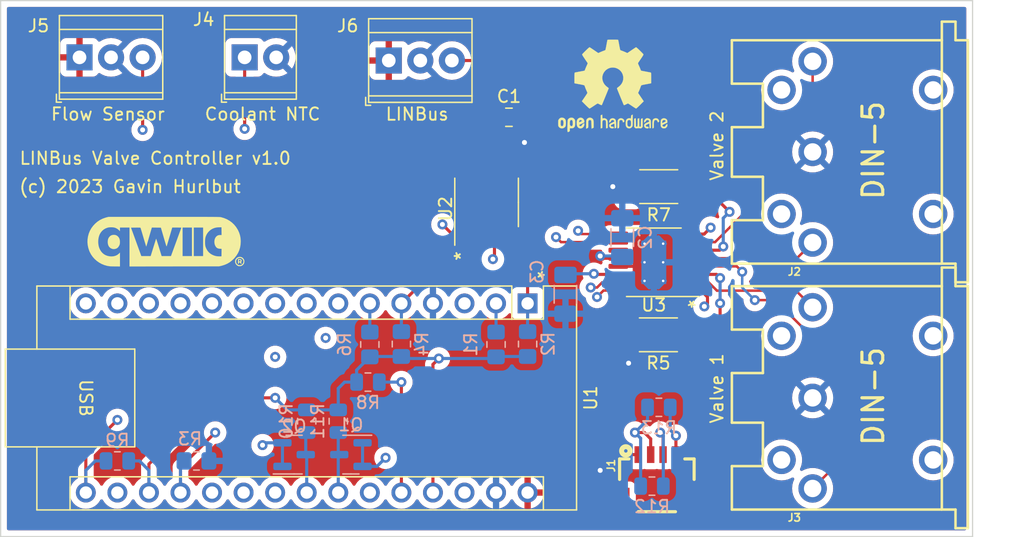
<source format=kicad_pcb>
(kicad_pcb (version 20211014) (generator pcbnew)
  (title_block (title "LINBus Valve Controller") (date "2023-02-04") (rev "1.0") (company "Gavin Hurlbut"))
  (layers (0 "F.Cu" signal) (1 "In1.Cu" signal) (2 "In2.Cu" signal) (31 "B.Cu" signal) (34 "B.Paste" user) (35 "F.Paste" user) (36 "B.SilkS" user "B.Silkscreen") (37 "F.SilkS" user "F.Silkscreen") (38 "B.Mask" user) (39 "F.Mask" user) (44 "Edge.Cuts" user))
  (net 0 "")
  (net 1 "GND")
  (net 2 "+5V")
  (net 3 "Net-(C3-Pad1)")
  (net 4 "LIN")
  (net 5 "TXD")
  (net 6 "RXD")
  (net 7 "~{LIN_SLP}")
  (net 8 "~{LIN_WAKE}")
  (net 9 "VALVE_IN1+")
  (net 10 "VALVE_IN1-")
  (net 11 "VALVE1_CLOSED")
  (net 12 "VALVE1_OPEN")
  (net 13 "VALVE_IN2+")
  (net 14 "VALVE_IN2-")
  (net 15 "VALVE2_CLOSED")
  (net 16 "VALVE2_OPEN")
  (net 17 "FLOW_PULSE")
  (net 18 "~{MOTOR_FAULT}")
  (net 19 "MOTOR_EN")
  (net 20 "COOLANT_NTC")
  (net 21 "+12V")
  (net 22 "VALVE2+")
  (net 23 "VALVE2-")
  (net 24 "VALVE1+")
  (net 25 "VALVE1-")
  (net 26 "Net-(R5-Pad1)")
  (net 27 "Net-(R7-Pad1)")
  (net 28 "+3V3")
  (net 29 "SDA5")
  (net 30 "SCL5")
  (net 31 "SDA")
  (net 32 "SCL")
  (footprint "TerminalBlock_TE-Connectivity:TerminalBlock_TE_282834-3_1x03_P2.54mm_Horizontal" (layer "F.Cu") (at 183.642 63.246)
    (fp_text reference "J6" (at -3.302 -2.794) (layer "F.SilkS"))
    (fp_text value "Screw_Terminal_01x03")
    (pad "1" thru_hole rect locked (at 0 0) (size 2.1 2.1) (drill 1.1) (layers *.Cu *.Mask) (net 21 "+12V"))
    (pad "2" thru_hole circle locked (at 2.54 0) (size 2.1 2.1) (drill 1.1) (layers *.Cu *.Mask) (net 1 "GND"))
    (pad "3" thru_hole circle locked (at 5.08 0) (size 2.1 2.1) (drill 1.1) (layers *.Cu *.Mask) (net 4 "LIN"))
  )
  (footprint "TerminalBlock_TE-Connectivity:TerminalBlock_TE_282834-3_1x03_P2.54mm_Horizontal" (layer "F.Cu") (at 158.75 62.992)
    (fp_text reference "J5" (at -3.302 -2.54) (layer "F.SilkS"))
    (fp_text value "Screw_Terminal_01x03")
    (pad "1" thru_hole rect (at 0 0) (size 2.1 2.1) (drill 1.1) (layers *.Cu *.Mask) (net 21 "+12V"))
    (pad "2" thru_hole circle (at 2.54 0) (size 2.1 2.1) (drill 1.1) (layers *.Cu *.Mask) (net 1 "GND"))
    (pad "3" thru_hole circle (at 5.08 0) (size 2.1 2.1) (drill 1.1) (layers *.Cu *.Mask) (net 17 "FLOW_PULSE"))
  )
  (footprint "SparkFun-Connectors:DIN5-RA-PTH" (layer "F.Cu") (at 230.25862 70.612 90)
    (fp_text reference "J2" (at -9.652 -13.97) (layer "F.SilkS") (effects (font (size 0.6096 0.6096) (thickness 0.127))))
    (fp_text value "DIN-5_180degree")
    (fp_text user "DIN-5" (at 0.127 -7.62 90) (layer "F.SilkS") (effects (font (size 1.6764 1.6764) (thickness 0.254))))
    (pad "1" thru_hole circle locked (at 7.29996 -12.49934 90) (size 2.286 2.286) (drill 1.39954) (layers *.Cu *.Mask) (net 22 "VALVE2+"))
    (pad "2" thru_hole circle locked (at 0 -12.49934 90) (size 2.286 2.286) (drill 1.39954) (layers *.Cu *.Mask) (net 1 "GND"))
    (pad "3" thru_hole circle locked (at -7.29996 -12.49934 90) (size 2.286 2.286) (drill 1.39954) (layers *.Cu *.Mask) (net 23 "VALVE2-"))
    (pad "4" thru_hole circle locked (at 4.99872 -14.9987 90) (size 2.286 2.286) (drill 1.39954) (layers *.Cu *.Mask) (net 16 "VALVE2_OPEN"))
    (pad "5" thru_hole circle locked (at -4.99872 -14.9987 90) (size 2.286 2.286) (drill 1.39954) (layers *.Cu *.Mask) (net 15 "VALVE2_CLOSED"))
    (pad "6" thru_hole circle locked (at -4.99872 -2.79908 90) (size 2.286 2.286) (drill 1.39954) (layers *.Cu *.Mask))
    (pad "7" thru_hole circle locked (at 4.99872 -2.79908 90) (size 2.286 2.286) (drill 1.39954) (layers *.Cu *.Mask))
  )
  (footprint "Beirdo:qwiic-logo" (layer "F.Cu") (at 165.608 77.724)
    (fp_text reference "G***" hide)
    (fp_text value "LOGO" hide)
  )
  (footprint "TerminalBlock_TE-Connectivity:TerminalBlock_TE_282834-2_1x02_P2.54mm_Horizontal" (layer "F.Cu") (at 172.042 62.992)
    (fp_text reference "J4" (at -3.302 -3.048) (layer "F.SilkS"))
    (fp_text value "Screw_Terminal_01x02")
    (pad "1" thru_hole rect (at 0 0) (size 2.1 2.1) (drill 1.1) (layers *.Cu *.Mask) (net 20 "COOLANT_NTC"))
    (pad "2" thru_hole circle (at 2.54 0) (size 2.1 2.1) (drill 1.1) (layers *.Cu *.Mask) (net 1 "GND"))
  )
  (footprint "Package_SO:SOIC-8_3.9x4.9mm_P1.27mm" (layer "F.Cu") (at 191.516 74.676 90)
    (fp_text reference "U2" (at -0.508 -3.302 90) (layer "F.SilkS"))
    (fp_text value "TJA1021T")
    (fp_text user "*" (at -4.318 -2.032 90 unlocked) (layer "F.SilkS"))
    (pad "1" smd roundrect (at -2.475 -1.905 90) (size 1.95 0.6) (layers "F.Cu" "F.Paste" "F.Mask") (net 6 "RXD"))
    (pad "2" smd roundrect (at -2.475 -0.635 90) (size 1.95 0.6) (layers "F.Cu" "F.Paste" "F.Mask") (net 7 "~{LIN_SLP}"))
    (pad "3" smd roundrect (at -2.475 0.635 90) (size 1.95 0.6) (layers "F.Cu" "F.Paste" "F.Mask") (net 8 "~{LIN_WAKE}"))
    (pad "4" smd roundrect (at -2.475 1.905 90) (size 1.95 0.6) (layers "F.Cu" "F.Paste" "F.Mask") (net 5 "TXD"))
    (pad "5" smd roundrect (at 2.475 1.905 90) (size 1.95 0.6) (layers "F.Cu" "F.Paste" "F.Mask") (net 1 "GND"))
    (pad "6" smd roundrect (at 2.475 0.635 90) (size 1.95 0.6) (layers "F.Cu" "F.Paste" "F.Mask") (net 4 "LIN"))
    (pad "7" smd roundrect (at 2.475 -0.635 90) (size 1.95 0.6) (layers "F.Cu" "F.Paste" "F.Mask") (net 21 "+12V"))
    (pad "8" smd roundrect (at 2.475 -1.905 90) (size 1.95 0.6) (layers "F.Cu" "F.Paste" "F.Mask"))
  )
  (footprint "SparkFun-Connectors:1X04_1MM_RA" (layer "F.Cu") (at 205.22184 94.996)
    (fp_text reference "J1" (at -3.683 0.889 90) (layer "F.SilkS") (effects (font (size 0.6096 0.6096) (thickness 0.127))))
    (fp_text value "QWIIC Connector")
    (pad "1" smd rect locked (at -1.4986 0) (size 0.59944 1.34874) (layers "F.Cu" "F.Paste" "F.Mask") (net 1 "GND"))
    (pad "2" smd rect locked (at -0.49784 0) (size 0.59944 1.34874) (layers "F.Cu" "F.Paste" "F.Mask") (net 28 "+3V3"))
    (pad "3" smd rect locked (at 0.49784 0) (size 0.59944 1.34874) (layers "F.Cu" "F.Paste" "F.Mask") (net 31 "SDA"))
    (pad "4" smd rect locked (at 1.4986 0) (size 0.59944 1.34874) (layers "F.Cu" "F.Paste" "F.Mask") (net 32 "SCL"))
    (pad "NC1" smd rect locked (at 2.79908 3.67284) (size 1.19888 1.99898) (layers "F.Cu" "F.Paste" "F.Mask"))
    (pad "NC2" smd rect locked (at -2.79908 3.67284) (size 1.19888 1.99898) (layers "F.Cu" "F.Paste" "F.Mask"))
  )
  (footprint "Resistor_SMD:R_2010_5025Metric_Pad1.40x2.65mm_HandSolder" (layer "F.Cu") (at 205.346 85.344 180)
    (fp_text reference "R5" (at 0 -2.28) (layer "F.SilkS"))
    (fp_text value "2R 2W")
    (pad "1" smd roundrect (at -2.4 0 180) (size 1.4 2.65) (layers "F.Cu" "F.Paste" "F.Mask") (roundrect_rratio 0.1785707143) (net 26 "Net-(R5-Pad1)"))
    (pad "2" smd roundrect (at 2.4 0 180) (size 1.4 2.65) (layers "F.Cu" "F.Paste" "F.Mask") (roundrect_rratio 0.1785707143) (net 1 "GND"))
  )
  (footprint "Package_SO:HTSSOP-16-1EP_4.4x5mm_P0.65mm_EP3.4x5mm_Mask2.46x2.31mm_ThermalVias" (layer "F.Cu") (at 204.978 79.502 180)
    (fp_text reference "U3" (at 0 -3.45) (layer "F.SilkS"))
    (fp_text value "DRV8833PWP")
    (fp_text user "*" (at -3.048 -3.048 180 unlocked) (layer "F.SilkS"))
    (pad "1" smd roundrect (at -2.8625 -2.275 180) (size 1.575 0.4) (layers "F.Cu" "F.Paste" "F.Mask") (net 19 "MOTOR_EN"))
    (pad "2" smd roundrect (at -2.8625 -1.625 180) (size 1.575 0.4) (layers "F.Cu" "F.Paste" "F.Mask") (net 24 "VALVE1+"))
    (pad "3" smd roundrect (at -2.8625 -0.975 180) (size 1.575 0.4) (layers "F.Cu" "F.Paste" "F.Mask") (net 26 "Net-(R5-Pad1)"))
    (pad "4" smd roundrect (at -2.8625 -0.325 180) (size 1.575 0.4) (layers "F.Cu" "F.Paste" "F.Mask") (net 25 "VALVE1-"))
    (pad "5" smd roundrect (at -2.8625 0.325 180) (size 1.575 0.4) (layers "F.Cu" "F.Paste" "F.Mask") (net 23 "VALVE2-"))
    (pad "6" smd roundrect (at -2.8625 0.975 180) (size 1.575 0.4) (layers "F.Cu" "F.Paste" "F.Mask") (net 27 "Net-(R7-Pad1)"))
    (pad "7" smd roundrect (at -2.8625 1.625 180) (size 1.575 0.4) (layers "F.Cu" "F.Paste" "F.Mask") (net 22 "VALVE2+"))
    (pad "8" smd roundrect (at -2.8625 2.275 180) (size 1.575 0.4) (layers "F.Cu" "F.Paste" "F.Mask") (net 18 "~{MOTOR_FAULT}"))
    (pad "9" smd roundrect (at 2.8625 2.275 180) (size 1.575 0.4) (layers "F.Cu" "F.Paste" "F.Mask") (net 13 "VALVE_IN2+"))
    (pad "10" smd roundrect (at 2.8625 1.625 180) (size 1.575 0.4) (layers "F.Cu" "F.Paste" "F.Mask") (net 14 "VALVE_IN2-"))
    (pad "11" smd roundrect (at 2.8625 0.975 180) (size 1.575 0.4) (layers "F.Cu" "F.Paste" "F.Mask"))
    (pad "12" smd roundrect (at 2.8625 0.325 180) (size 1.575 0.4) (layers "F.Cu" "F.Paste" "F.Mask") (net 21 "+12V"))
    (pad "13" smd roundrect (at 2.8625 -0.325 180) (size 1.575 0.4) (layers "F.Cu" "F.Paste" "F.Mask") (net 1 "GND"))
    (pad "14" smd roundrect (at 2.8625 -0.975 180) (size 1.575 0.4) (layers "F.Cu" "F.Paste" "F.Mask") (net 3 "Net-(C3-Pad1)"))
    (pad "15" smd roundrect (at 2.8625 -1.625 180) (size 1.575 0.4) (layers "F.Cu" "F.Paste" "F.Mask") (net 10 "VALVE_IN1-"))
    (pad "16" smd roundrect (at 2.8625 -2.275 180) (size 1.575 0.4) (layers "F.Cu" "F.Paste" "F.Mask") (net 9 "VALVE_IN1+"))
    (pad "17" thru_hole circle (at 0.75 -1.5 180) (size 0.5 0.5) (drill 0.2) (layers *.Cu) (net 1 "GND"))
    (pad "17" smd rect (at 0 0 180) (size 2 3.5) (layers "B.Cu") (net 1 "GND"))
    (pad "17" thru_hole circle (at 0.75 0 180) (size 0.5 0.5) (drill 0.2) (layers *.Cu) (net 1 "GND"))
    (pad "17" smd rect (at 0 0 180) (size 3.4 5) (layers "F.Cu") (net 1 "GND"))
    (pad "17" thru_hole circle (at -0.75 1.5 180) (size 0.5 0.5) (drill 0.2) (layers *.Cu) (net 1 "GND"))
    (pad "17" thru_hole circle (at 0.75 1.5 180) (size 0.5 0.5) (drill 0.2) (layers *.Cu) (net 1 "GND"))
    (pad "17" thru_hole circle (at -0.75 -1.5 180) (size 0.5 0.5) (drill 0.2) (layers *.Cu) (net 1 "GND"))
    (pad "17" thru_hole circle (at -0.75 0 180) (size 0.5 0.5) (drill 0.2) (layers *.Cu) (net 1 "GND"))
  )
  (footprint "Capacitor_SMD:C_0805_2012Metric_Pad1.18x1.45mm_HandSolder" (layer "F.Cu") (at 193.3155 67.818)
    (fp_text reference "C1" (at 0 -1.68) (layer "F.SilkS"))
    (fp_text value "220pF")
    (pad "1" smd roundrect (at -1.0375 0) (size 1.175 1.45) (layers "F.Cu" "F.Paste" "F.Mask") (roundrect_rratio 0.2127659574) (net 4 "LIN"))
    (pad "2" smd roundrect (at 1.0375 0) (size 1.175 1.45) (layers "F.Cu" "F.Paste" "F.Mask") (roundrect_rratio 0.2127659574) (net 1 "GND"))
  )
  (footprint "SparkFun-Connectors:DIN5-RA-PTH" (layer "F.Cu") (at 230.25862 90.424 90)
    (fp_text reference "J3" (at -9.652 -13.97) (layer "F.SilkS") (effects (font (size 0.6096 0.6096) (thickness 0.127))))
    (fp_text value "DIN-5_180degree")
    (fp_text user "DIN-5" (at 0.127 -7.62 90) (layer "F.SilkS") (effects (font (size 1.6764 1.6764) (thickness 0.254))))
    (pad "1" thru_hole circle locked (at 7.29996 -12.49934 90) (size 2.286 2.286) (drill 1.39954) (layers *.Cu *.Mask) (net 24 "VALVE1+"))
    (pad "2" thru_hole circle locked (at 0 -12.49934 90) (size 2.286 2.286) (drill 1.39954) (layers *.Cu *.Mask) (net 1 "GND"))
    (pad "3" thru_hole circle locked (at -7.29996 -12.49934 90) (size 2.286 2.286) (drill 1.39954) (layers *.Cu *.Mask) (net 25 "VALVE1-"))
    (pad "4" thru_hole circle locked (at 4.99872 -14.9987 90) (size 2.286 2.286) (drill 1.39954) (layers *.Cu *.Mask) (net 12 "VALVE1_OPEN"))
    (pad "5" thru_hole circle locked (at -4.99872 -14.9987 90) (size 2.286 2.286) (drill 1.39954) (layers *.Cu *.Mask) (net 11 "VALVE1_CLOSED"))
    (pad "6" thru_hole circle locked (at -4.99872 -2.79908 90) (size 2.286 2.286) (drill 1.39954) (layers *.Cu *.Mask))
    (pad "7" thru_hole circle locked (at 4.99872 -2.79908 90) (size 2.286 2.286) (drill 1.39954) (layers *.Cu *.Mask))
  )
  (footprint "Symbol:OSHW-Logo2_9.8x8mm_SilkScreen" (layer "F.Cu") (at 201.676 65.278)
    (fp_text reference "REF**" hide)
    (fp_text value "OSHW-Logo2_9.8x8mm_SilkScreen" hide)
  )
  (footprint "Resistor_SMD:R_2010_5025Metric_Pad1.40x2.65mm_HandSolder" (layer "F.Cu") (at 205.372 73.406 180)
    (fp_text reference "R7" (at 0 -2.28) (layer "F.SilkS"))
    (fp_text value "2R 2W")
    (pad "1" smd roundrect (at -2.4 0 180) (size 1.4 2.65) (layers "F.Cu" "F.Paste" "F.Mask") (roundrect_rratio 0.1785707143) (net 27 "Net-(R7-Pad1)"))
    (pad "2" smd roundrect (at 2.4 0 180) (size 1.4 2.65) (layers "F.Cu" "F.Paste" "F.Mask") (roundrect_rratio 0.1785707143) (net 1 "GND"))
  )
  (footprint "Module:Arduino_Nano" (layer "F.Cu") (at 194.818 82.814 -90)
    (fp_text reference "U1" (at 7.62 -5.08 90) (layer "F.SilkS"))
    (fp_text value "Arduino_Nano_v3.x")
    (fp_text user "*" (at -2.296 -0.762 -90 unlocked) (layer "F.SilkS"))
    (fp_text user "USB" (at 7.62 35.56 -90 unlocked) (layer "F.SilkS"))
    (pad "1" thru_hole rect (at 0 0 270) (size 1.6 1.6) (drill 1) (layers *.Cu *.Mask) (net 5 "TXD"))
    (pad "2" thru_hole oval (at 0 2.54 270) (size 1.6 1.6) (drill 1) (layers *.Cu *.Mask) (net 6 "RXD"))
    (pad "3" thru_hole oval (at 0 5.08 270) (size 1.6 1.6) (drill 1) (layers *.Cu *.Mask))
    (pad "4" thru_hole oval (at 0 7.62 270) (size 1.6 1.6) (drill 1) (layers *.Cu *.Mask) (net 1 "GND"))
    (pad "5" thru_hole oval (at 0 10.16 270) (size 1.6 1.6) (drill 1) (layers *.Cu *.Mask) (net 7 "~{LIN_SLP}"))
    (pad "6" thru_hole oval (at 0 12.7 270) (size 1.6 1.6) (drill 1) (layers *.Cu *.Mask) (net 8 "~{LIN_WAKE}"))
    (pad "7" thru_hole oval (at 0 15.24 270) (size 1.6 1.6) (drill 1) (layers *.Cu *.Mask) (net 9 "VALVE_IN1+"))
    (pad "8" thru_hole oval (at 0 17.78 270) (size 1.6 1.6) (drill 1) (layers *.Cu *.Mask) (net 10 "VALVE_IN1-"))
    (pad "9" thru_hole oval (at 0 20.32 270) (size 1.6 1.6) (drill 1) (layers *.Cu *.Mask) (net 11 "VALVE1_CLOSED"))
    (pad "10" thru_hole oval (at 0 22.86 270) (size 1.6 1.6) (drill 1) (layers *.Cu *.Mask) (net 12 "VALVE1_OPEN"))
    (pad "11" thru_hole oval (at 0 25.4 270) (size 1.6 1.6) (drill 1) (layers *.Cu *.Mask) (net 13 "VALVE_IN2+"))
    (pad "12" thru_hole oval (at 0 27.94 270) (size 1.6 1.6) (drill 1) (layers *.Cu *.Mask) (net 14 "VALVE_IN2-"))
    (pad "13" thru_hole oval (at 0 30.48 270) (size 1.6 1.6) (drill 1) (layers *.Cu *.Mask) (net 15 "VALVE2_CLOSED"))
    (pad "14" thru_hole oval (at 0 33.02 270) (size 1.6 1.6) (drill 1) (layers *.Cu *.Mask) (net 16 "VALVE2_OPEN"))
    (pad "15" thru_hole oval (at 0 35.56 270) (size 1.6 1.6) (drill 1) (layers *.Cu *.Mask) (net 17 "FLOW_PULSE"))
    (pad "16" thru_hole oval (at 15.24 35.56 270) (size 1.6 1.6) (drill 1) (layers *.Cu *.Mask) (net 18 "~{MOTOR_FAULT}"))
    (pad "17" thru_hole oval (at 15.24 33.02 270) (size 1.6 1.6) (drill 1) (layers *.Cu *.Mask) (net 28 "+3V3"))
    (pad "18" thru_hole oval (at 15.24 30.48 270) (size 1.6 1.6) (drill 1) (layers *.Cu *.Mask) (net 2 "+5V"))
    (pad "19" thru_hole oval (at 15.24 27.94 270) (size 1.6 1.6) (drill 1) (layers *.Cu *.Mask) (net 19 "MOTOR_EN"))
    (pad "20" thru_hole oval (at 15.24 25.4 270) (size 1.6 1.6) (drill 1) (layers *.Cu *.Mask))
    (pad "21" thru_hole oval (at 15.24 22.86 270) (size 1.6 1.6) (drill 1) (layers *.Cu *.Mask))
    (pad "22" thru_hole oval (at 15.24 20.32 270) (size 1.6 1.6) (drill 1) (layers *.Cu *.Mask))
    (pad "23" thru_hole oval (at 15.24 17.78 270) (size 1.6 1.6) (drill 1) (layers *.Cu *.Mask) (net 29 "SDA5"))
    (pad "24" thru_hole oval (at 15.24 15.24 270) (size 1.6 1.6) (drill 1) (layers *.Cu *.Mask) (net 30 "SCL5"))
    (pad "25" thru_hole oval (at 15.24 12.7 270) (size 1.6 1.6) (drill 1) (layers *.Cu *.Mask))
    (pad "26" thru_hole oval (at 15.24 10.16 270) (size 1.6 1.6) (drill 1) (layers *.Cu *.Mask) (net 20 "COOLANT_NTC"))
    (pad "27" thru_hole oval (at 15.24 7.62 270) (size 1.6 1.6) (drill 1) (layers *.Cu *.Mask) (net 2 "+5V"))
    (pad "28" thru_hole oval (at 15.24 5.08 270) (size 1.6 1.6) (drill 1) (layers *.Cu *.Mask))
    (pad "29" thru_hole oval (at 15.24 2.54 270) (size 1.6 1.6) (drill 1) (layers *.Cu *.Mask) (net 1 "GND"))
    (pad "30" thru_hole oval (at 15.24 0 270) (size 1.6 1.6) (drill 1) (layers *.Cu *.Mask) (net 21 "+12V"))
  )
  (footprint "Resistor_SMD:R_0805_2012Metric" (layer "B.Cu") (at 181.9675 89.154)
    (fp_text reference "R8" (at 0 1.65) (layer "B.SilkS") (effects (justify mirror)))
    (fp_text value "10k")
    (pad "1" smd roundrect (at -0.9125 0) (size 1.025 1.4) (layers "B.Cu" "B.Paste" "B.Mask") (roundrect_rratio 0.243902439) (net 2 "+5V"))
    (pad "2" smd roundrect (at 0.9125 0) (size 1.025 1.4) (layers "B.Cu" "B.Paste" "B.Mask") (roundrect_rratio 0.243902439) (net 20 "COOLANT_NTC"))
  )
  (footprint "Resistor_SMD:R_0805_2012Metric_Pad1.20x1.40mm_HandSolder" (layer "B.Cu") (at 182.118 86.122 90)
    (fp_text reference "R6" (at 0 -2.032 90) (layer "B.SilkS") (effects (justify mirror)))
    (fp_text value "10k")
    (pad "1" smd roundrect (at -1 0 90) (size 1.2 1.4) (layers "B.Cu" "B.Paste" "B.Mask") (roundrect_rratio 0.2083333333) (net 2 "+5V"))
    (pad "2" smd roundrect (at 1 0 90) (size 1.2 1.4) (layers "B.Cu" "B.Paste" "B.Mask") (roundrect_rratio 0.2083333333) (net 8 "~{LIN_WAKE}"))
  )
  (footprint "Resistor_SMD:R_0805_2012Metric" (layer "B.Cu") (at 179.578 92.3055 -90)
    (fp_text reference "R11" (at 0 1.65 90) (layer "B.SilkS") (effects (justify mirror)))
    (fp_text value "10k")
    (pad "1" smd roundrect (at -0.9125 0 270) (size 1.025 1.4) (layers "B.Cu" "B.Paste" "B.Mask") (roundrect_rratio 0.243902439) (net 2 "+5V"))
    (pad "2" smd roundrect (at 0.9125 0 270) (size 1.025 1.4) (layers "B.Cu" "B.Paste" "B.Mask") (roundrect_rratio 0.243902439) (net 30 "SCL5"))
  )
  (footprint "Resistor_SMD:R_0805_2012Metric_Pad1.20x1.40mm_HandSolder" (layer "B.Cu") (at 194.818 86.09 90)
    (fp_text reference "R2" (at 0 1.65 90) (layer "B.SilkS") (effects (justify mirror)))
    (fp_text value "10k")
    (pad "1" smd roundrect (at -1 0 90) (size 1.2 1.4) (layers "B.Cu" "B.Paste" "B.Mask") (roundrect_rratio 0.2083333333) (net 2 "+5V"))
    (pad "2" smd roundrect (at 1 0 90) (size 1.2 1.4) (layers "B.Cu" "B.Paste" "B.Mask") (roundrect_rratio 0.2083333333) (net 5 "TXD"))
  )
  (footprint "Package_TO_SOT_SMD:SOT-23" (layer "B.Cu") (at 180.594 94.996 180)
    (fp_text reference "Q1" (at 0 2.4) (layer "B.SilkS") (effects (justify mirror)))
    (fp_text value "2N7002")
    (pad "1" smd roundrect (at -0.9375 0.95 180) (size 1.475 0.6) (layers "B.Cu" "B.Paste" "B.Mask") (net 32 "SCL"))
    (pad "2" smd roundrect (at -0.9375 -0.95 180) (size 1.475 0.6) (layers "B.Cu" "B.Paste" "B.Mask") (net 32 "SCL"))
    (pad "3" smd roundrect (at 0.9375 0 180) (size 1.475 0.6) (layers "B.Cu" "B.Paste" "B.Mask") (net 30 "SCL5"))
  )
  (footprint "Resistor_SMD:R_0805_2012Metric" (layer "B.Cu") (at 205.3825 91.186)
    (fp_text reference "R13" (at 0 1.65) (layer "B.SilkS") (effects (justify mirror)))
    (fp_text value "10k")
    (pad "1" smd roundrect (at -0.9125 0) (size 1.025 1.4) (layers "B.Cu" "B.Paste" "B.Mask") (roundrect_rratio 0.243902439) (net 28 "+3V3"))
    (pad "2" smd roundrect (at 0.9125 0) (size 1.025 1.4) (layers "B.Cu" "B.Paste" "B.Mask") (roundrect_rratio 0.243902439) (net 32 "SCL"))
  )
  (footprint "Resistor_SMD:R_0805_2012Metric_Pad1.20x1.40mm_HandSolder" (layer "B.Cu") (at 192.278 86.122 90)
    (fp_text reference "R1" (at 0 -2.032 90) (layer "B.SilkS") (effects (justify mirror)))
    (fp_text value "10k")
    (pad "1" smd roundrect (at -1 0 90) (size 1.2 1.4) (layers "B.Cu" "B.Paste" "B.Mask") (roundrect_rratio 0.2083333333) (net 2 "+5V"))
    (pad "2" smd roundrect (at 1 0 90) (size 1.2 1.4) (layers "B.Cu" "B.Paste" "B.Mask") (roundrect_rratio 0.2083333333) (net 6 "RXD"))
  )
  (footprint "Capacitor_SMD:C_1206_3216Metric_Pad1.33x1.80mm_HandSolder" (layer "B.Cu") (at 202.438 77.5085 90)
    (fp_text reference "C2" (at 0 1.85 90) (layer "B.SilkS") (effects (justify mirror)))
    (fp_text value "10uF 16V")
    (pad "1" smd roundrect (at -1.5625 0 90) (size 1.325 1.8) (layers "B.Cu" "B.Paste" "B.Mask") (roundrect_rratio 0.1886792453) (net 21 "+12V"))
    (pad "2" smd roundrect (at 1.5625 0 90) (size 1.325 1.8) (layers "B.Cu" "B.Paste" "B.Mask") (roundrect_rratio 0.1886792453) (net 1 "GND"))
  )
  (footprint "Capacitor_SMD:C_1206_3216Metric_Pad1.33x1.80mm_HandSolder" (layer "B.Cu") (at 197.866 82.0805 -90)
    (fp_text reference "C3" (at -1.8165 2.286 90) (layer "B.SilkS") (effects (justify mirror)))
    (fp_text value "2.2uF 6.3V")
    (pad "1" smd roundrect (at -1.5625 0 270) (size 1.325 1.8) (layers "B.Cu" "B.Paste" "B.Mask") (roundrect_rratio 0.1886792453) (net 3 "Net-(C3-Pad1)"))
    (pad "2" smd roundrect (at 1.5625 0 270) (size 1.325 1.8) (layers "B.Cu" "B.Paste" "B.Mask") (roundrect_rratio 0.1886792453) (net 1 "GND"))
  )
  (footprint "Resistor_SMD:R_0805_2012Metric" (layer "B.Cu") (at 161.798 95.504 180)
    (fp_text reference "R9" (at 0 1.65) (layer "B.SilkS") (effects (justify mirror)))
    (fp_text value "10k")
    (pad "1" smd roundrect (at -0.9125 0 180) (size 1.025 1.4) (layers "B.Cu" "B.Paste" "B.Mask") (roundrect_rratio 0.243902439) (net 2 "+5V"))
    (pad "2" smd roundrect (at 0.9125 0 180) (size 1.025 1.4) (layers "B.Cu" "B.Paste" "B.Mask") (roundrect_rratio 0.243902439) (net 18 "~{MOTOR_FAULT}"))
  )
  (footprint "Resistor_SMD:R_0805_2012Metric" (layer "B.Cu") (at 204.8275 97.536)
    (fp_text reference "R12" (at 0 1.65) (layer "B.SilkS") (effects (justify mirror)))
    (fp_text value "10k")
    (pad "1" smd roundrect (at -0.9125 0) (size 1.025 1.4) (layers "B.Cu" "B.Paste" "B.Mask") (roundrect_rratio 0.243902439) (net 28 "+3V3"))
    (pad "2" smd roundrect (at 0.9125 0) (size 1.025 1.4) (layers "B.Cu" "B.Paste" "B.Mask") (roundrect_rratio 0.243902439) (net 31 "SDA"))
  )
  (footprint "Resistor_SMD:R_0805_2012Metric_Pad1.20x1.40mm_HandSolder" (layer "B.Cu") (at 184.658 86.09 90)
    (fp_text reference "R4" (at 0 1.65 90) (layer "B.SilkS") (effects (justify mirror)))
    (fp_text value "10k")
    (pad "1" smd roundrect (at -1 0 90) (size 1.2 1.4) (layers "B.Cu" "B.Paste" "B.Mask") (roundrect_rratio 0.2083333333) (net 2 "+5V"))
    (pad "2" smd roundrect (at 1 0 90) (size 1.2 1.4) (layers "B.Cu" "B.Paste" "B.Mask") (roundrect_rratio 0.2083333333) (net 7 "~{LIN_SLP}"))
  )
  (footprint "Package_TO_SOT_SMD:SOT-23" (layer "B.Cu") (at 176.022 94.996)
    (fp_text reference "Q2" (at 0 -2.286) (layer "B.SilkS") (effects (justify mirror)))
    (fp_text value "2N7002")
    (pad "1" smd roundrect (at -0.9375 0.95) (size 1.475 0.6) (layers "B.Cu" "B.Paste" "B.Mask") (net 31 "SDA"))
    (pad "2" smd roundrect (at -0.9375 -0.95) (size 1.475 0.6) (layers "B.Cu" "B.Paste" "B.Mask") (net 31 "SDA"))
    (pad "3" smd roundrect (at 0.9375 0) (size 1.475 0.6) (layers "B.Cu" "B.Paste" "B.Mask") (net 29 "SDA5"))
  )
  (footprint "Resistor_SMD:R_0805_2012Metric_Pad1.20x1.40mm_HandSolder" (layer "B.Cu") (at 168.164 95.504)
    (fp_text reference "R3" (at -0.524 -1.778) (layer "B.SilkS") (effects (justify mirror)))
    (fp_text value "10k")
    (pad "1" smd roundrect (at -1 0) (size 1.2 1.4) (layers "B.Cu" "B.Paste" "B.Mask") (roundrect_rratio 0.2083333333) (net 19 "MOTOR_EN"))
    (pad "2" smd roundrect (at 1 0) (size 1.2 1.4) (layers "B.Cu" "B.Paste" "B.Mask") (roundrect_rratio 0.2083333333) (net 1 "GND"))
  )
  (footprint "Resistor_SMD:R_0805_2012Metric" (layer "B.Cu") (at 177.038 92.3055 -90)
    (fp_text reference "R10" (at 0 1.65 90) (layer "B.SilkS") (effects (justify mirror)))
    (fp_text value "10k")
    (pad "1" smd roundrect (at -0.9125 0 270) (size 1.025 1.4) (layers "B.Cu" "B.Paste" "B.Mask") (roundrect_rratio 0.243902439) (net 2 "+5V"))
    (pad "2" smd roundrect (at 0.9125 0 270) (size 1.025 1.4) (layers "B.Cu" "B.Paste" "B.Mask") (roundrect_rratio 0.243902439) (net 29 "SDA5"))
  )
  (gr_line (start 152.4 101.6) (end 152.4 58.42) (layer "Edge.Cuts") (width 0.1))
  (gr_line (start 230.632 101.6) (end 152.4 101.6) (layer "Edge.Cuts") (width 0.1))
  (gr_line (start 152.4 58.42) (end 230.632 58.42) (layer "Edge.Cuts") (width 0.1))
  (gr_line (start 230.632 58.42) (end 230.632 101.6) (layer "Edge.Cuts") (width 0.1))
  (gr_text "LINBus Valve Controller v1.0" (at 164.846 71.12) (layer "F.SilkS") (effects (font (size 1 1))))
  (gr_text "LINBus" (at 185.928 67.564) (layer "F.SilkS") (effects (font (size 1 1))))
  (gr_text "Valve 1" (at 210.058 89.662 90) (layer "F.SilkS") (effects (font (size 1 1))))
  (gr_text "Valve 2" (at 210.058 70.104 90) (layer "F.SilkS") (effects (font (size 1 1))))
  (gr_text "Coolant NTC" (at 173.482 67.564) (layer "F.SilkS") (effects (font (size 1 1))))
  (gr_text "(c) 2023 Gavin Hurlbut" (at 162.814 73.406) (layer "F.SilkS") (effects (font (size 1 1))))
  (gr_text "Flow Sensor" (at 161.036 67.564) (layer "F.SilkS") (effects (font (size 1 1))))
  (segment (start 203.903 79.827) (end 204.228 79.502) (width 0.25) (layer "F.Cu") (net 1))
  (segment (start 194.353 69.639) (end 194.564 69.85) (width 0.25) (layer "F.Cu") (net 1))
  (segment (start 194.353 67.818) (end 194.353 69.639) (width 0.25) (layer "F.Cu") (net 1))
  (segment (start 202.1155 79.827) (end 203.903 79.827) (width 0.25) (layer "F.Cu") (net 1))
  (segment (start 203.72324 94.996) (end 201.93 94.996) (width 0.25) (layer "F.Cu") (net 1))
  (segment (start 201.93 94.996) (end 200.66 96.266) (width 0.25) (layer "F.Cu") (net 1))
  (segment (start 202.972 73.406) (end 201.676 73.406) (width 0.25) (layer "F.Cu") (net 1))
  (segment (start 202.946 85.344) (end 202.946 87.63) (width 0.25) (layer "F.Cu") (net 1))
  (segment (start 201.422 73.406) (end 201.676 73.406) (width 0.25) (layer "F.Cu") (net 1))
  (segment (start 193.421 72.201) (end 193.421 70.993) (width 0.25) (layer "F.Cu") (net 1))
  (segment (start 193.421 70.993) (end 194.564 69.85) (width 0.25) (layer "F.Cu") (net 1))
  (via (at 201.676 73.406) (size 0.8) (drill 0.4) (layers "F.Cu" "B.Cu") (net 1))
  (via (at 202.946 87.63) (size 0.8) (drill 0.4) (layers "F.Cu" "B.Cu") (net 1))
  (via (at 200.66 96.266) (size 0.8) (drill 0.4) (layers "F.Cu" "B.Cu") (net 1))
  (via (at 194.564 69.85) (size 0.8) (drill 0.4) (layers "F.Cu" "B.Cu") (net 1))
  (segment (start 174.498 90.424) (end 169.672 90.424) (width 0.25) (layer "F.Cu") (net 2))
  (segment (start 164.338 95.758) (end 164.338 98.054) (width 0.25) (layer "F.Cu") (net 2))
  (segment (start 187.198 87.7275) (end 187.674 87.2515) (width 0.25) (layer "F.Cu") (net 2))
  (segment (start 169.672 90.424) (end 164.338 95.758) (width 0.25) (layer "F.Cu") (net 2))
  (segment (start 187.198 98.054) (end 187.198 87.7275) (width 0.25) (layer "F.Cu") (net 2))
  (via (at 174.498 90.424) (size 0.8) (drill 0.4) (layers "F.Cu" "B.Cu") (net 2))
  (via (at 187.674 87.2515) (size 0.8) (drill 0.4) (layers "F.Cu" "B.Cu") (net 2))
  (segment (start 179.578 89.662) (end 179.578 91.393) (width 0.25) (layer "B.Cu") (net 2))
  (segment (start 177.038 91.393) (end 179.578 91.393) (width 0.25) (layer "B.Cu") (net 2))
  (segment (start 181.055 89.154) (end 180.086 89.154) (width 0.25) (layer "B.Cu") (net 2))
  (segment (start 184.658 87.09) (end 184.8195 87.2515) (width 0.25) (layer "B.Cu") (net 2))
  (segment (start 182.118 87.122) (end 182.15 87.09) (width 0.25) (layer "B.Cu") (net 2))
  (segment (start 194.818 87.09) (end 192.31 87.09) (width 0.25) (layer "B.Cu") (net 2))
  (segment (start 184.8195 87.2515) (end 192.1485 87.2515) (width 0.25) (layer "B.Cu") (net 2))
  (segment (start 163.576 95.504) (end 164.338 96.266) (width 0.25) (layer "B.Cu") (net 2))
  (segment (start 192.31 87.09) (end 192.278 87.122) (width 0.25) (layer "B.Cu") (net 2))
  (segment (start 181.055 88.185) (end 182.118 87.122) (width 0.25) (layer "B.Cu") (net 2))
  (segment (start 175.467 91.393) (end 174.498 90.424) (width 0.25) (layer "B.Cu") (net 2))
  (segment (start 181.055 89.154) (end 181.055 88.185) (width 0.25) (layer "B.Cu") (net 2))
  (segment (start 162.7105 95.504) (end 163.576 95.504) (width 0.25) (layer "B.Cu") (net 2))
  (segment (start 177.038 91.393) (end 175.467 91.393) (width 0.25) (layer "B.Cu") (net 2))
  (segment (start 182.15 87.09) (end 184.658 87.09) (width 0.25) (layer "B.Cu") (net 2))
  (segment (start 164.338 96.266) (end 164.338 98.054) (width 0.25) (layer "B.Cu") (net 2))
  (segment (start 192.1485 87.2515) (end 192.278 87.122) (width 0.25) (layer "B.Cu") (net 2))
  (segment (start 180.086 89.154) (end 179.578 89.662) (width 0.25) (layer "B.Cu") (net 2))
  (segment (start 202.1155 80.477) (end 200.2015 80.477) (width 0.25) (layer "F.Cu") (net 3))
  (segment (start 200.2015 80.477) (end 200.152 80.4275) (width 0.25) (layer "F.Cu") (net 3))
  (via (at 200.152 80.4275) (size 0.8) (drill 0.4) (layers "F.Cu" "B.Cu") (net 3))
  (segment (start 197.9565 80.4275) (end 197.866 80.518) (width 0.25) (layer "B.Cu") (net 3))
  (segment (start 200.152 80.4275) (end 197.9565 80.4275) (width 0.25) (layer "B.Cu") (net 3))
  (segment (start 192.151 72.201) (end 192.151 67.945) (width 0.25) (layer "F.Cu") (net 4))
  (segment (start 192.278 64.516) (end 191.008 63.246) (width 0.25) (layer "F.Cu") (net 4))
  (segment (start 192.278 67.818) (end 192.278 64.516) (width 0.25) (layer "F.Cu") (net 4))
  (segment (start 191.008 63.246) (end 188.722 63.246) (width 0.25) (layer "F.Cu") (net 4))
  (segment (start 192.151 67.945) (end 192.278 67.818) (width 0.25) (layer "F.Cu") (net 4))
  (segment (start 194.818 80.518) (end 194.818 82.814) (width 0.25) (layer "F.Cu") (net 5))
  (segment (start 193.421 79.121) (end 194.818 80.518) (width 0.25) (layer "F.Cu") (net 5))
  (segment (start 193.421 77.151) (end 193.421 79.121) (width 0.25) (layer "F.Cu") (net 5))
  (segment (start 194.818 85.09) (end 194.818 82.814) (width 0.25) (layer "B.Cu") (net 5))
  (segment (start 188.657 77.151) (end 187.96 76.454) (width 0.25) (layer "F.Cu") (net 6))
  (segment (start 189.611 77.151) (end 188.657 77.151) (width 0.25) (layer "F.Cu") (net 6))
  (via (at 187.96 76.454) (size 0.8) (drill 0.4) (layers "F.Cu" "B.Cu") (net 6))
  (segment (start 192.278 85.122) (end 192.278 82.814) (width 0.25) (layer "B.Cu") (net 6))
  (segment (start 184.658 82.814) (end 187.462 80.01) (width 0.25) (layer "F.Cu") (net 7))
  (segment (start 189.992 80.01) (end 190.881 79.121) (width 0.25) (layer "F.Cu") (net 7))
  (segment (start 190.881 79.121) (end 190.881 77.151) (width 0.25) (layer "F.Cu") (net 7))
  (segment (start 187.462 80.01) (end 189.992 80.01) (width 0.25) (layer "F.Cu") (net 7))
  (segment (start 184.658 85.09) (end 184.658 82.814) (width 0.25) (layer "B.Cu") (net 7))
  (segment (start 192.024 79.248) (end 192.151 79.121) (width 0.25) (layer "F.Cu") (net 8))
  (segment (start 192.151 79.121) (end 192.151 77.151) (width 0.25) (layer "F.Cu") (net 8))
  (via (at 192.024 79.248) (size 0.8) (drill 0.4) (layers "F.Cu" "B.Cu") (net 8))
  (segment (start 182.118 85.122) (end 182.118 82.814) (width 0.25) (layer "B.Cu") (net 8))
  (segment (start 200.925 81.777) (end 200.406 82.296) (width 0.2) (layer "F.Cu") (net 9))
  (segment (start 202.1155 81.777) (end 200.925 81.777) (width 0.2) (layer "F.Cu") (net 9))
  (via (at 178.562 85.598) (size 0.8) (drill 0.4) (layers "F.Cu" "B.Cu") (net 9))
  (via (at 200.406 82.296) (size 0.8) (drill 0.4) (layers "F.Cu" "B.Cu") (net 9))
  (segment (start 200.406 81.534) (end 199.898 81.534) (width 0.2) (layer "F.Cu") (net 10))
  (segment (start 200.813 81.127) (end 200.406 81.534) (width 0.2) (layer "F.Cu") (net 10))
  (segment (start 202.1155 81.127) (end 200.813 81.127) (width 0.2) (layer "F.Cu") (net 10))
  (via (at 199.898 81.534) (size 0.8) (drill 0.4) (layers "F.Cu" "B.Cu") (net 10))
  (via (at 174.498 87.122) (size 0.8) (drill 0.4) (layers "F.Cu" "B.Cu") (net 11))
  (segment (start 199.147 77.227) (end 202.1155 77.227) (width 0.2) (layer "F.Cu") (net 13))
  (segment (start 198.882 76.962) (end 199.147 77.227) (width 0.2) (layer "F.Cu") (net 13))
  (via (at 198.882 76.962) (size 0.8) (drill 0.4) (layers "F.Cu" "B.Cu") (net 13))
  (segment (start 197.104 77.47) (end 197.511 77.877) (width 0.2) (layer "F.Cu") (net 14))
  (segment (start 197.511 77.877) (end 202.1155 77.877) (width 0.2) (layer "F.Cu") (net 14))
  (via (at 197.104 77.47) (size 0.8) (drill 0.4) (layers "F.Cu" "B.Cu") (net 14))
  (segment (start 163.83 62.992) (end 163.83 68.834) (width 0.25) (layer "F.Cu") (net 17))
  (via (at 163.83 68.834) (size 0.8) (drill 0.4) (layers "F.Cu" "B.Cu") (net 17))
  (segment (start 159.258 94.742) (end 161.798 92.202) (width 0.25) (layer "F.Cu") (net 18))
  (segment (start 159.258 98.054) (end 159.258 94.742) (width 0.25) (layer "F.Cu") (net 18))
  (segment (start 207.8405 77.227) (end 209.031 77.227) (width 0.25) (layer "F.Cu") (net 18))
  (segment (start 209.031 77.227) (end 209.55 76.708) (width 0.25) (layer "F.Cu") (net 18))
  (via (at 209.55 76.708) (size 0.8) (drill 0.4) (layers "F.Cu" "B.Cu") (net 18))
  (via (at 161.798 92.202) (size 0.8) (drill 0.4) (layers "F.Cu" "B.Cu") (net 18))
  (segment (start 160.8855 95.504) (end 160.02 95.504) (width 0.25) (layer "B.Cu") (net 18))
  (segment (start 160.02 95.504) (end 159.258 96.266) (width 0.25) (layer "B.Cu") (net 18))
  (segment (start 159.258 96.266) (end 159.258 98.054) (width 0.25) (layer "B.Cu") (net 18))
  (segment (start 207.8405 81.777) (end 208.777 81.777) (width 0.25) (layer "F.Cu") (net 19))
  (segment (start 166.878 96.012) (end 166.878 98.054) (width 0.25) (layer "F.Cu") (net 19))
  (segment (start 169.672 93.218) (end 166.878 96.012) (width 0.25) (layer "F.Cu") (net 19))
  (segment (start 209.296 82.296) (end 209.296 82.804) (width 0.25) (layer "F.Cu") (net 19))
  (segment (start 208.777 81.777) (end 209.296 82.296) (width 0.25) (layer "F.Cu") (net 19))
  (segment (start 209.296 82.804) (end 209.042 83.058) (width 0.25) (layer "F.Cu") (net 19))
  (via (at 169.672 93.218) (size 0.8) (drill 0.4) (layers "F.Cu" "B.Cu") (net 19))
  (via (at 209.042 83.058) (size 0.8) (drill 0.4) (layers "F.Cu" "B.Cu") (net 19))
  (segment (start 166.878 95.79) (end 167.164 95.504) (width 0.25) (layer "B.Cu") (net 19))
  (segment (start 166.878 98.054) (end 166.878 95.79) (width 0.25) (layer "B.Cu") (net 19))
  (segment (start 184.658 89.154) (end 184.658 98.054) (width 0.25) (layer "F.Cu") (net 20))
  (segment (start 172.042 62.992) (end 172.042 68.75) (width 0.25) (layer "F.Cu") (net 20))
  (via (at 184.658 89.154) (size 0.8) (drill 0.4) (layers "F.Cu" "B.Cu") (net 20))
  (via (at 172.042 68.75) (size 0.8) (drill 0.4) (layers "F.Cu" "B.Cu") (net 20))
  (segment (start 182.88 89.154) (end 184.658 89.154) (width 0.25) (layer "B.Cu") (net 20))
  (segment (start 200.843 79.177) (end 200.66 78.994) (width 0.25) (layer "F.Cu") (net 21))
  (segment (start 202.1155 79.177) (end 200.843 79.177) (width 0.25) (layer "F.Cu") (net 21))
  (via (at 200.66 78.994) (size 0.8) (drill 0.4) (layers "F.Cu" "B.Cu") (net 21))
  (segment (start 202.361 78.994) (end 202.438 79.071) (width 0.25) (layer "B.Cu") (net 21))
  (segment (start 200.66 78.994) (end 202.361 78.994) (width 0.25) (layer "B.Cu") (net 21))
  (segment (start 207.8405 77.877) (end 209.905 77.877) (width 0.2) (layer "F.Cu") (net 22))
  (segment (start 209.905 77.877) (end 215.138 72.644) (width 0.2) (layer "F.Cu") (net 22))
  (segment (start 215.138 69.088) (end 217.75928 66.46672) (width 0.2) (layer "F.Cu") (net 22))
  (segment (start 215.138 72.644) (end 215.138 69.088) (width 0.2) (layer "F.Cu") (net 22))
  (segment (start 217.75928 66.46672) (end 217.75928 63.31204) (width 0.2) (layer "F.Cu") (net 22))
  (segment (start 216.49424 79.177) (end 217.75928 77.91196) (width 0.2) (layer "F.Cu") (net 23))
  (segment (start 207.8405 79.177) (end 216.49424 79.177) (width 0.2) (layer "F.Cu") (net 23))
  (segment (start 207.8405 81.127) (end 209.397 81.127) (width 0.2) (layer "F.Cu") (net 24))
  (segment (start 209.397 81.127) (end 210.058 81.788) (width 0.2) (layer "F.Cu") (net 24))
  (segment (start 210.058 81.788) (end 216.42324 81.788) (width 0.2) (layer "F.Cu") (net 24))
  (segment (start 216.42324 81.788) (end 217.75928 83.12404) (width 0.2) (layer "F.Cu") (net 24))
  (segment (start 213.106 82.55) (end 214.747494 82.55) (width 0.2) (layer "F.Cu") (net 25))
  (segment (start 220.218 88.020506) (end 220.218 95.26524) (width 0.2) (layer "F.Cu") (net 25))
  (segment (start 220.218 95.26524) (end 217.75928 97.72396) (width 0.2) (layer "F.Cu") (net 25))
  (segment (start 211.653 79.827) (end 207.8405 79.827) (width 0.2) (layer "F.Cu") (net 25))
  (segment (start 212.09 80.264) (end 211.653 79.827) (width 0.2) (layer "F.Cu") (net 25))
  (segment (start 214.747494 82.55) (end 220.218 88.020506) (width 0.2) (layer "F.Cu") (net 25))
  (via (at 213.106 82.55) (size 0.8) (drill 0.4) (layers "F.Cu" "B.Cu") (net 25))
  (via (at 212.09 80.264) (size 0.8) (drill 0.4) (layers "F.Cu" "B.Cu") (net 25))
  (segment (start 212.09 81.534) (end 213.106 82.55) (width 0.2) (layer "B.Cu") (net 25))
  (segment (start 212.09 80.264) (end 212.09 81.534) (width 0.2) (layer "B.Cu") (net 25))
  (segment (start 207.8405 80.477) (end 210.017 80.477) (width 0.25) (layer "F.Cu") (net 26))
  (segment (start 210.312 84.328) (end 210.312 82.804) (width 0.25) (layer "F.Cu") (net 26))
  (segment (start 210.017 80.477) (end 210.312 80.772) (width 0.25) (layer "F.Cu") (net 26))
  (segment (start 209.296 85.344) (end 210.312 84.328) (width 0.25) (layer "F.Cu") (net 26))
  (segment (start 207.746 85.344) (end 209.296 85.344) (width 0.25) (layer "F.Cu") (net 26))
  (via (at 210.312 82.804) (size 0.8) (drill 0.4) (layers "F.Cu" "B.Cu") (net 26))
  (via (at 210.312 80.772) (size 0.8) (drill 0.4) (layers "F.Cu" "B.Cu") (net 26))
  (segment (start 210.312 80.772) (end 210.312 82.804) (width 0.25) (layer "B.Cu") (net 26))
  (segment (start 210.271 78.527) (end 210.566 78.232) (width 0.25) (layer "F.Cu") (net 27))
  (segment (start 209.042 73.406) (end 207.772 73.406) (width 0.25) (layer "F.Cu") (net 27))
  (segment (start 211.074 75.438) (end 209.042 73.406) (width 0.25) (layer "F.Cu") (net 27))
  (segment (start 207.8405 78.527) (end 210.271 78.527) (width 0.25) (layer "F.Cu") (net 27))
  (via (at 210.566 78.232) (size 0.8) (drill 0.4) (layers "F.Cu" "B.Cu") (net 27))
  (via (at 211.074 75.438) (size 0.8) (drill 0.4) (layers "F.Cu" "B.Cu") (net 27))
  (segment (start 210.566 75.946) (end 210.566 78.232) (width 0.25) (layer "B.Cu") (net 27))
  (segment (start 211.074 75.438) (end 210.566 75.946) (width 0.25) (layer "B.Cu") (net 27))
  (segment (start 204.724 94.996) (end 204.724 93.726) (width 0.25) (layer "F.Cu") (net 28))
  (segment (start 204.724 93.726) (end 204.216 93.218) (width 0.25) (layer "F.Cu") (net 28))
  (segment (start 204.216 93.218) (end 203.454 93.218) (width 0.25) (layer "F.Cu") (net 28))
  (via (at 203.454 93.218) (size 0.8) (drill 0.4) (layers "F.Cu" "B.Cu") (net 28))
  (segment (start 204.47 92.202) (end 204.47 91.186) (width 0.25) (layer "B.Cu") (net 28))
  (segment (start 203.454 93.218) (end 204.47 92.202) (width 0.25) (layer "B.Cu") (net 28))
  (segment (start 203.915 93.679) (end 203.454 93.218) (width 0.25) (layer "B.Cu") (net 28))
  (segment (start 203.915 97.536) (end 203.915 93.679) (width 0.25) (layer "B.Cu") (net 28))
  (segment (start 177.038 95.0745) (end 176.9595 94.996) (width 0.25) (layer "B.Cu") (net 29))
  (segment (start 176.9595 93.2965) (end 177.038 93.218) (width 0.25) (layer "B.Cu") (net 29))
  (segment (start 177.038 98.054) (end 177.038 95.0745) (width 0.25) (layer "B.Cu") (net 29))
  (segment (start 176.9595 94.996) (end 176.9595 93.2965) (width 0.25) (layer "B.Cu") (net 29))
  (segment (start 179.578 93.218) (end 179.578 94.9175) (width 0.25) (layer "B.Cu") (net 30))
  (segment (start 179.578 98.054) (end 179.578 95.0745) (width 0.25) (layer "B.Cu") (net 30))
  (segment (start 179.578 95.0745) (end 179.6565 94.996) (width 0.25) (layer "B.Cu") (net 30))
  (segment (start 179.578 94.9175) (end 179.6565 94.996) (width 0.25) (layer "B.Cu") (net 30))
  (segment (start 205.486 93.218) (end 205.71968 93.45168) (width 0.25) (layer "F.Cu") (net 31))
  (segment (start 205.71968 93.45168) (end 205.71968 94.996) (width 0.25) (layer "F.Cu") (net 31))
  (via (at 173.482 94.234) (size 0.8) (drill 0.4) (layers "F.Cu" "B.Cu") (net 31))
  (via (at 205.486 93.218) (size 0.8) (drill 0.4) (layers "F.Cu" "B.Cu") (net 31))
  (segment (start 205.74 97.536) (end 205.74 93.472) (width 0.25) (layer "B.Cu") (net 31))
  (segment (start 205.74 93.472) (end 205.486 93.218) (width 0.25) (layer "B.Cu") (net 31))
  (segment (start 175.0845 95.946) (end 175.0845 94.046) (width 0.25) (layer "B.Cu") (net 31))
  (segment (start 173.67 94.046) (end 173.482 94.234) (width 0.25) (layer "B.Cu") (net 31))
  (segment (start 175.0845 94.046) (end 173.67 94.046) (width 0.25) (layer "B.Cu") (net 31))
  (segment (start 206.756 93.472) (end 206.756 94.96044) (width 0.25) (layer "F.Cu") (net 32))
  (segment (start 206.756 94.96044) (end 206.72044 94.996) (width 0.25) (layer "F.Cu") (net 32))
  (via (at 206.756 93.472) (size 0.8) (drill 0.4) (layers "F.Cu" "B.Cu") (net 32))
  (via (at 183.388 95.25) (size 0.8) (drill 0.4) (layers "F.Cu" "B.Cu") (net 32))
  (segment (start 182.692 95.946) (end 183.388 95.25) (width 0.25) (layer "B.Cu") (net 32))
  (segment (start 181.5315 95.946) (end 181.5315 94.046) (width 0.25) (layer "B.Cu") (net 32))
  (segment (start 206.756 93.472) (end 206.295 93.011) (width 0.25) (layer "B.Cu") (net 32))
  (segment (start 206.295 93.011) (end 206.295 91.186) (width 0.25) (layer "B.Cu") (net 32))
  (segment (start 181.5315 95.946) (end 182.692 95.946) (width 0.25) (layer "B.Cu") (net 32))
  (zone (net 21) (net_name "+12V") (layer "F.Cu") (connect_pads (clearance 0.508)) (min_thickness 0.254) (fill yes (thermal_gap 0.508) (thermal_bridge_width 0.508))
    (polygon (pts (xy 230.632 101.6) (xy 152.4 101.6) (xy 152.4 58.42) (xy 230.632 58.42)))
  )
  (zone (net 1) (net_name "GND") (layer "B.Cu") (connect_pads (clearance 0.508)) (min_thickness 0.254) (fill yes (thermal_gap 0.508) (thermal_bridge_width 0.508))
    (polygon (pts (xy 230.632 101.6) (xy 152.4 101.6) (xy 152.4 58.42) (xy 230.632 58.42)))
  )
)
</source>
